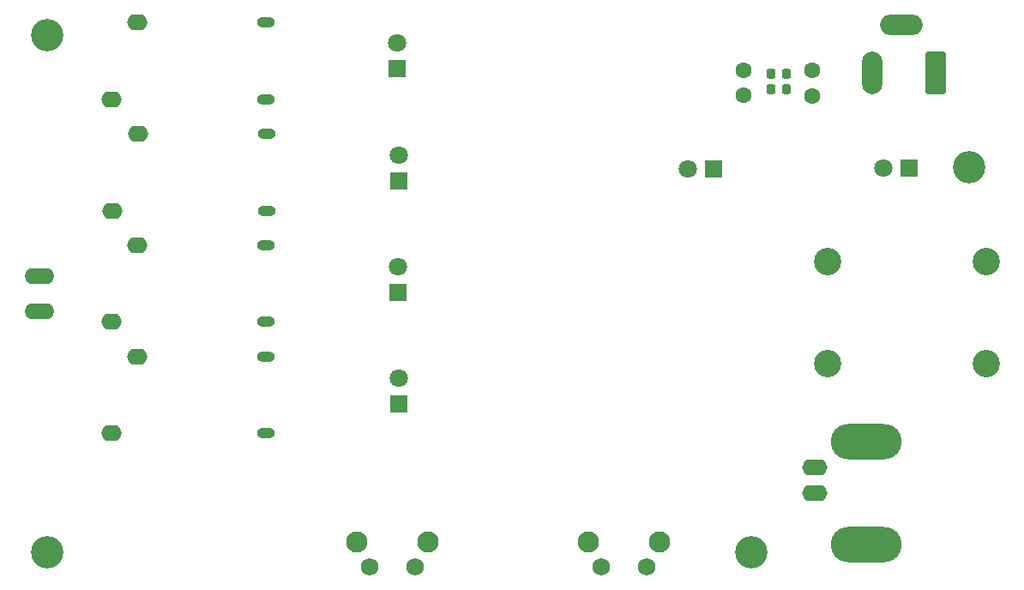
<source format=gbr>
%TF.GenerationSoftware,KiCad,Pcbnew,9.0.4-9.0.4-0~ubuntu24.04.1*%
%TF.CreationDate,2025-10-04T12:49:03+02:00*%
%TF.ProjectId,PCB,5043422e-6b69-4636-9164-5f7063625858,rev?*%
%TF.SameCoordinates,Original*%
%TF.FileFunction,Soldermask,Bot*%
%TF.FilePolarity,Negative*%
%FSLAX46Y46*%
G04 Gerber Fmt 4.6, Leading zero omitted, Abs format (unit mm)*
G04 Created by KiCad (PCBNEW 9.0.4-9.0.4-0~ubuntu24.04.1) date 2025-10-04 12:49:03*
%MOMM*%
%LPD*%
G01*
G04 APERTURE LIST*
G04 Aperture macros list*
%AMRoundRect*
0 Rectangle with rounded corners*
0 $1 Rounding radius*
0 $2 $3 $4 $5 $6 $7 $8 $9 X,Y pos of 4 corners*
0 Add a 4 corners polygon primitive as box body*
4,1,4,$2,$3,$4,$5,$6,$7,$8,$9,$2,$3,0*
0 Add four circle primitives for the rounded corners*
1,1,$1+$1,$2,$3*
1,1,$1+$1,$4,$5*
1,1,$1+$1,$6,$7*
1,1,$1+$1,$8,$9*
0 Add four rect primitives between the rounded corners*
20,1,$1+$1,$2,$3,$4,$5,0*
20,1,$1+$1,$4,$5,$6,$7,0*
20,1,$1+$1,$6,$7,$8,$9,0*
20,1,$1+$1,$8,$9,$2,$3,0*%
G04 Aperture macros list end*
%ADD10O,2.500000X1.600000*%
%ADD11O,7.000000X3.500000*%
%ADD12C,3.200000*%
%ADD13O,1.800000X1.000000*%
%ADD14O,2.000000X1.600000*%
%ADD15C,2.700000*%
%ADD16C,1.600000*%
%ADD17C,2.100000*%
%ADD18C,1.750000*%
%ADD19R,1.800000X1.800000*%
%ADD20C,1.800000*%
%ADD21O,2.919200X1.561200*%
%ADD22O,2.000000X4.200000*%
%ADD23RoundRect,0.250000X0.750000X-1.850000X0.750000X1.850000X-0.750000X1.850000X-0.750000X-1.850000X0*%
%ADD24O,4.200000X2.000000*%
%ADD25RoundRect,0.225000X-0.225000X-0.250000X0.225000X-0.250000X0.225000X0.250000X-0.225000X0.250000X0*%
%ADD26RoundRect,0.218750X0.218750X0.256250X-0.218750X0.256250X-0.218750X-0.256250X0.218750X-0.256250X0*%
G04 APERTURE END LIST*
D10*
%TO.C,J104*%
X203240000Y-113700000D03*
D11*
X208320000Y-108620000D03*
D10*
X203240000Y-111160000D03*
D11*
X208320000Y-118780000D03*
%TD*%
D12*
%TO.C,REF\u002A\u002A*%
X218500000Y-81500000D03*
%TD*%
D13*
%TO.C,U104*%
X149050000Y-96800000D03*
X149050000Y-89200000D03*
D14*
X136350000Y-89200000D03*
X133810000Y-96800000D03*
%TD*%
D12*
%TO.C,REF\u002A\u002A*%
X127500000Y-119500000D03*
%TD*%
D13*
%TO.C,U105*%
X149050000Y-107800000D03*
X149050000Y-100200000D03*
D14*
X136350000Y-100200000D03*
X133810000Y-107800000D03*
%TD*%
D15*
%TO.C,J103*%
X204500000Y-90850000D03*
X220200000Y-90850000D03*
%TD*%
D16*
%TO.C,C405*%
X196200000Y-71950000D03*
X196200000Y-74450000D03*
%TD*%
D13*
%TO.C,U103*%
X149150000Y-85800914D03*
X149150000Y-78200914D03*
D14*
X136450000Y-78200914D03*
X133910000Y-85800914D03*
%TD*%
D17*
%TO.C,SW101*%
X187950000Y-118510000D03*
X180940000Y-118510000D03*
D18*
X186700000Y-121000000D03*
X182200000Y-121000000D03*
%TD*%
D19*
%TO.C,D201*%
X162198428Y-104899086D03*
D20*
X162198428Y-102359086D03*
%TD*%
D19*
%TO.C,D401*%
X212570000Y-81600000D03*
D20*
X210030000Y-81600000D03*
%TD*%
D13*
%TO.C,U102*%
X149101572Y-74800914D03*
X149101572Y-67200914D03*
D14*
X136401572Y-67200914D03*
X133861572Y-74800914D03*
%TD*%
D19*
%TO.C,D303*%
X193240000Y-81700000D03*
D20*
X190700000Y-81700000D03*
%TD*%
D21*
%TO.C,J101*%
X126700000Y-92250000D03*
X126700000Y-95750000D03*
%TD*%
D19*
%TO.C,D203*%
X162168428Y-82885000D03*
D20*
X162168428Y-80345000D03*
%TD*%
D12*
%TO.C,REF\u002A\u002A*%
X127500000Y-68500000D03*
%TD*%
D16*
%TO.C,C402*%
X203035000Y-71952500D03*
X203035000Y-74452500D03*
%TD*%
D22*
%TO.C,J401*%
X208935000Y-72250000D03*
D23*
X215235000Y-72250000D03*
D24*
X211835000Y-67450000D03*
%TD*%
D17*
%TO.C,SW102*%
X165050000Y-118510000D03*
X158040000Y-118510000D03*
D18*
X163800000Y-121000000D03*
X159300000Y-121000000D03*
%TD*%
D19*
%TO.C,D202*%
X162098428Y-93899086D03*
D20*
X162098428Y-91359086D03*
%TD*%
D19*
%TO.C,D204*%
X162050000Y-71800000D03*
D20*
X162050000Y-69260000D03*
%TD*%
D15*
%TO.C,J102*%
X204500000Y-100900000D03*
X220200000Y-100900000D03*
%TD*%
D12*
%TO.C,REF\u002A\u002A*%
X197000000Y-119500000D03*
%TD*%
D25*
%TO.C,C404*%
X198925000Y-73800000D03*
X200475000Y-73800000D03*
%TD*%
D26*
%TO.C,FB401*%
X200487500Y-72300000D03*
X198912500Y-72300000D03*
%TD*%
M02*

</source>
